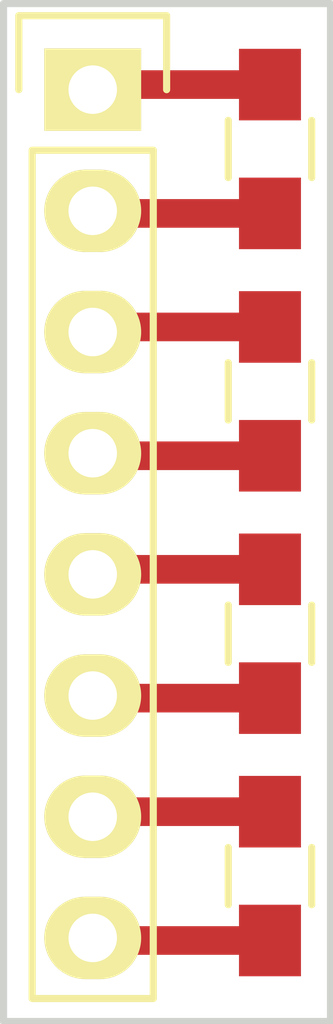
<source format=kicad_pcb>
(kicad_pcb (version 4) (host pcbnew "(2014-jul-16 BZR unknown)-product")

  (general
    (links 0)
    (no_connects 0)
    (area 0 0 0 0)
    (thickness 1.6)
    (drawings 4)
    (tracks 16)
    (zones 0)
    (modules 5)
    (nets 1)
  )

  (page A4)
  (layers
    (0 F.Cu signal)
    (31 B.Cu signal)
    (32 B.Adhes user)
    (33 F.Adhes user)
    (34 B.Paste user)
    (35 F.Paste user)
    (36 B.SilkS user)
    (37 F.SilkS user)
    (38 B.Mask user)
    (39 F.Mask user)
    (40 Dwgs.User user)
    (41 Cmts.User user)
    (42 Eco1.User user)
    (43 Eco2.User user)
    (44 Edge.Cuts user)
    (45 Margin user)
    (46 B.CrtYd user)
    (47 F.CrtYd user)
    (48 B.Fab user)
    (49 F.Fab user)
  )

  (setup
    (last_trace_width 0.6)
    (user_trace_width 0.6)
    (trace_clearance 0.254)
    (zone_clearance 0.508)
    (zone_45_only no)
    (trace_min 0.254)
    (segment_width 0.2)
    (edge_width 0.15)
    (via_size 0.889)
    (via_drill 0.635)
    (via_min_size 0.889)
    (via_min_drill 0.508)
    (uvia_size 0.508)
    (uvia_drill 0.127)
    (uvias_allowed no)
    (uvia_min_size 0.508)
    (uvia_min_drill 0.127)
    (pcb_text_width 0.3)
    (pcb_text_size 1.5 1.5)
    (mod_edge_width 0.15)
    (mod_text_size 1.5 1.5)
    (mod_text_width 0.15)
    (pad_size 1.524 1.524)
    (pad_drill 0.762)
    (pad_to_mask_clearance 0.2)
    (aux_axis_origin 0 0)
    (visible_elements FFFFFF7F)
    (pcbplotparams
      (layerselection 0x00030_80000001)
      (usegerberextensions false)
      (excludeedgelayer true)
      (linewidth 0.150000)
      (plotframeref false)
      (viasonmask false)
      (mode 1)
      (useauxorigin false)
      (hpglpennumber 1)
      (hpglpenspeed 20)
      (hpglpendiameter 15)
      (hpglpenoverlay 2)
      (psnegative false)
      (psa4output false)
      (plotreference true)
      (plotvalue true)
      (plotinvisibletext false)
      (padsonsilk false)
      (subtractmaskfromsilk false)
      (outputformat 1)
      (mirror false)
      (drillshape 1)
      (scaleselection 1)
      (outputdirectory ""))
  )

  (net 0 "")

  (net_class Default "This is the default net class."
    (clearance 0.254)
    (trace_width 0.254)
    (via_dia 0.889)
    (via_drill 0.635)
    (uvia_dia 0.508)
    (uvia_drill 0.127)
  )

  (module Resistors_SMD:R_0805_HandSoldering (layer F.Cu) (tedit 551914F4) (tstamp 55191429)
    (at 19.812 15.748 270)
    (descr "Resistor SMD 0805, hand soldering")
    (tags "resistor 0805")
    (attr smd)
    (fp_text reference REF** (at 0 -2.1 270) (layer F.SilkS) hide
      (effects (font (size 1 1) (thickness 0.15)))
    )
    (fp_text value R_0805_HandSoldering (at 0 2.1 270) (layer F.Fab) hide
      (effects (font (size 1 1) (thickness 0.15)))
    )
    (fp_line (start -2.4 -1) (end 2.4 -1) (layer F.CrtYd) (width 0.05))
    (fp_line (start -2.4 1) (end 2.4 1) (layer F.CrtYd) (width 0.05))
    (fp_line (start -2.4 -1) (end -2.4 1) (layer F.CrtYd) (width 0.05))
    (fp_line (start 2.4 -1) (end 2.4 1) (layer F.CrtYd) (width 0.05))
    (fp_line (start 0.6 0.875) (end -0.6 0.875) (layer F.SilkS) (width 0.15))
    (fp_line (start -0.6 -0.875) (end 0.6 -0.875) (layer F.SilkS) (width 0.15))
    (pad 1 smd rect (at -1.35 0 270) (size 1.5 1.3) (layers F.Cu F.Paste F.Mask))
    (pad 2 smd rect (at 1.35 0 270) (size 1.5 1.3) (layers F.Cu F.Paste F.Mask))
    (model Resistors_SMD.3dshapes/R_0805_HandSoldering.wrl
      (at (xyz 0 0 0))
      (scale (xyz 1 1 1))
      (rotate (xyz 0 0 0))
    )
  )

  (module Resistors_SMD:R_0805_HandSoldering (layer F.Cu) (tedit 551914FF) (tstamp 55191435)
    (at 19.812 20.828 270)
    (descr "Resistor SMD 0805, hand soldering")
    (tags "resistor 0805")
    (attr smd)
    (fp_text reference REF** (at 0 -2.1 270) (layer F.SilkS) hide
      (effects (font (size 1 1) (thickness 0.15)))
    )
    (fp_text value R_0805_HandSoldering (at 0 2.1 270) (layer F.Fab) hide
      (effects (font (size 1 1) (thickness 0.15)))
    )
    (fp_line (start -2.4 -1) (end 2.4 -1) (layer F.CrtYd) (width 0.05))
    (fp_line (start -2.4 1) (end 2.4 1) (layer F.CrtYd) (width 0.05))
    (fp_line (start -2.4 -1) (end -2.4 1) (layer F.CrtYd) (width 0.05))
    (fp_line (start 2.4 -1) (end 2.4 1) (layer F.CrtYd) (width 0.05))
    (fp_line (start 0.6 0.875) (end -0.6 0.875) (layer F.SilkS) (width 0.15))
    (fp_line (start -0.6 -0.875) (end 0.6 -0.875) (layer F.SilkS) (width 0.15))
    (pad 1 smd rect (at -1.35 0 270) (size 1.5 1.3) (layers F.Cu F.Paste F.Mask))
    (pad 2 smd rect (at 1.35 0 270) (size 1.5 1.3) (layers F.Cu F.Paste F.Mask))
    (model Resistors_SMD.3dshapes/R_0805_HandSoldering.wrl
      (at (xyz 0 0 0))
      (scale (xyz 1 1 1))
      (rotate (xyz 0 0 0))
    )
  )

  (module Pin_Headers:Pin_Header_Straight_1x08 (layer F.Cu) (tedit 551914F9) (tstamp 55191516)
    (at 16.094 14.504)
    (descr "Through hole pin header")
    (tags "pin header")
    (fp_text reference REF** (at 0 -5.1) (layer F.SilkS) hide
      (effects (font (size 1 1) (thickness 0.15)))
    )
    (fp_text value Pin_Header_Straight_1x08 (at 0 -3.1) (layer F.Fab) hide
      (effects (font (size 1 1) (thickness 0.15)))
    )
    (fp_line (start -1.75 -1.75) (end -1.75 19.55) (layer F.CrtYd) (width 0.05))
    (fp_line (start 1.75 -1.75) (end 1.75 19.55) (layer F.CrtYd) (width 0.05))
    (fp_line (start -1.75 -1.75) (end 1.75 -1.75) (layer F.CrtYd) (width 0.05))
    (fp_line (start -1.75 19.55) (end 1.75 19.55) (layer F.CrtYd) (width 0.05))
    (fp_line (start 1.27 1.27) (end 1.27 19.05) (layer F.SilkS) (width 0.15))
    (fp_line (start 1.27 19.05) (end -1.27 19.05) (layer F.SilkS) (width 0.15))
    (fp_line (start -1.27 19.05) (end -1.27 1.27) (layer F.SilkS) (width 0.15))
    (fp_line (start 1.55 -1.55) (end 1.55 0) (layer F.SilkS) (width 0.15))
    (fp_line (start 1.27 1.27) (end -1.27 1.27) (layer F.SilkS) (width 0.15))
    (fp_line (start -1.55 0) (end -1.55 -1.55) (layer F.SilkS) (width 0.15))
    (fp_line (start -1.55 -1.55) (end 1.55 -1.55) (layer F.SilkS) (width 0.15))
    (pad 1 thru_hole rect (at 0 0) (size 2.032 1.7272) (drill 1.016) (layers *.Cu *.Mask F.SilkS))
    (pad 2 thru_hole oval (at 0 2.54) (size 2.032 1.7272) (drill 1.016) (layers *.Cu *.Mask F.SilkS))
    (pad 3 thru_hole oval (at 0 5.08) (size 2.032 1.7272) (drill 1.016) (layers *.Cu *.Mask F.SilkS))
    (pad 4 thru_hole oval (at 0 7.62) (size 2.032 1.7272) (drill 1.016) (layers *.Cu *.Mask F.SilkS))
    (pad 5 thru_hole oval (at 0 10.16) (size 2.032 1.7272) (drill 1.016) (layers *.Cu *.Mask F.SilkS))
    (pad 6 thru_hole oval (at 0 12.7) (size 2.032 1.7272) (drill 1.016) (layers *.Cu *.Mask F.SilkS))
    (pad 7 thru_hole oval (at 0 15.24) (size 2.032 1.7272) (drill 1.016) (layers *.Cu *.Mask F.SilkS))
    (pad 8 thru_hole oval (at 0 17.78) (size 2.032 1.7272) (drill 1.016) (layers *.Cu *.Mask F.SilkS))
    (model Pin_Headers.3dshapes/Pin_Header_Straight_1x08.wrl
      (at (xyz 0 -0.35 0))
      (scale (xyz 1 1 1))
      (rotate (xyz 0 0 90))
    )
  )

  (module Resistors_SMD:R_0805_HandSoldering (layer F.Cu) (tedit 55191526) (tstamp 551915DE)
    (at 19.812 25.908 270)
    (descr "Resistor SMD 0805, hand soldering")
    (tags "resistor 0805")
    (attr smd)
    (fp_text reference REF** (at 0 -2.1 270) (layer F.SilkS) hide
      (effects (font (size 1 1) (thickness 0.15)))
    )
    (fp_text value R_0805_HandSoldering (at 0 2.1 270) (layer F.Fab) hide
      (effects (font (size 1 1) (thickness 0.15)))
    )
    (fp_line (start -2.4 -1) (end 2.4 -1) (layer F.CrtYd) (width 0.05))
    (fp_line (start -2.4 1) (end 2.4 1) (layer F.CrtYd) (width 0.05))
    (fp_line (start -2.4 -1) (end -2.4 1) (layer F.CrtYd) (width 0.05))
    (fp_line (start 2.4 -1) (end 2.4 1) (layer F.CrtYd) (width 0.05))
    (fp_line (start 0.6 0.875) (end -0.6 0.875) (layer F.SilkS) (width 0.15))
    (fp_line (start -0.6 -0.875) (end 0.6 -0.875) (layer F.SilkS) (width 0.15))
    (pad 1 smd rect (at -1.35 0 270) (size 1.5 1.3) (layers F.Cu F.Paste F.Mask))
    (pad 2 smd rect (at 1.35 0 270) (size 1.5 1.3) (layers F.Cu F.Paste F.Mask))
    (model Resistors_SMD.3dshapes/R_0805_HandSoldering.wrl
      (at (xyz 0 0 0))
      (scale (xyz 1 1 1))
      (rotate (xyz 0 0 0))
    )
  )

  (module Resistors_SMD:R_0805_HandSoldering (layer F.Cu) (tedit 5519152B) (tstamp 551915EA)
    (at 19.812 30.988 270)
    (descr "Resistor SMD 0805, hand soldering")
    (tags "resistor 0805")
    (attr smd)
    (fp_text reference REF** (at 0 -2.1 270) (layer F.SilkS) hide
      (effects (font (size 1 1) (thickness 0.15)))
    )
    (fp_text value R_0805_HandSoldering (at 0 2.1 270) (layer F.Fab) hide
      (effects (font (size 1 1) (thickness 0.15)))
    )
    (fp_line (start -2.4 -1) (end 2.4 -1) (layer F.CrtYd) (width 0.05))
    (fp_line (start -2.4 1) (end 2.4 1) (layer F.CrtYd) (width 0.05))
    (fp_line (start -2.4 -1) (end -2.4 1) (layer F.CrtYd) (width 0.05))
    (fp_line (start 2.4 -1) (end 2.4 1) (layer F.CrtYd) (width 0.05))
    (fp_line (start 0.6 0.875) (end -0.6 0.875) (layer F.SilkS) (width 0.15))
    (fp_line (start -0.6 -0.875) (end 0.6 -0.875) (layer F.SilkS) (width 0.15))
    (pad 1 smd rect (at -1.35 0 270) (size 1.5 1.3) (layers F.Cu F.Paste F.Mask))
    (pad 2 smd rect (at 1.35 0 270) (size 1.5 1.3) (layers F.Cu F.Paste F.Mask))
    (model Resistors_SMD.3dshapes/R_0805_HandSoldering.wrl
      (at (xyz 0 0 0))
      (scale (xyz 1 1 1))
      (rotate (xyz 0 0 0))
    )
  )

  (gr_line (start 14.224 34.036) (end 14.224 12.7) (angle 90) (layer Edge.Cuts) (width 0.15))
  (gr_line (start 21.082 34.036) (end 21.082 12.7) (angle 90) (layer Edge.Cuts) (width 0.15))
  (gr_line (start 14.224 34.036) (end 21.082 34.036) (angle 90) (layer Edge.Cuts) (width 0.15))
  (gr_line (start 14.224 12.7) (end 21.082 12.7) (angle 90) (layer Edge.Cuts) (width 0.15))

  (segment (start 19.812 17.098) (end 16.148 17.098) (width 0.6) (layer F.Cu) (net 0))
  (segment (start 16.148 17.098) (end 16.094 17.044) (width 0.6) (layer F.Cu) (net 0) (tstamp 55191685))
  (segment (start 19.812 14.398) (end 16.2 14.398) (width 0.6) (layer F.Cu) (net 0))
  (segment (start 16.2 14.398) (end 16.094 14.504) (width 0.6) (layer F.Cu) (net 0) (tstamp 55191682))
  (segment (start 19.812 19.478) (end 16.2 19.478) (width 0.6) (layer F.Cu) (net 0))
  (segment (start 16.2 19.478) (end 16.094 19.584) (width 0.6) (layer F.Cu) (net 0) (tstamp 5519167F))
  (segment (start 19.812 22.178) (end 16.148 22.178) (width 0.6) (layer F.Cu) (net 0))
  (segment (start 16.148 22.178) (end 16.094 22.124) (width 0.6) (layer F.Cu) (net 0) (tstamp 5519167C))
  (segment (start 19.812 24.558) (end 16.2 24.558) (width 0.6) (layer F.Cu) (net 0))
  (segment (start 16.2 24.558) (end 16.094 24.664) (width 0.6) (layer F.Cu) (net 0) (tstamp 55191679))
  (segment (start 19.812 27.258) (end 16.148 27.258) (width 0.6) (layer F.Cu) (net 0))
  (segment (start 16.148 27.258) (end 16.094 27.204) (width 0.6) (layer F.Cu) (net 0) (tstamp 55191675))
  (segment (start 19.812 29.638) (end 16.2 29.638) (width 0.6) (layer F.Cu) (net 0))
  (segment (start 16.2 29.638) (end 16.094 29.744) (width 0.6) (layer F.Cu) (net 0) (tstamp 55191672))
  (segment (start 19.812 32.338) (end 16.148 32.338) (width 0.6) (layer F.Cu) (net 0))
  (segment (start 16.148 32.338) (end 16.094 32.284) (width 0.6) (layer F.Cu) (net 0) (tstamp 5519166F))

)

</source>
